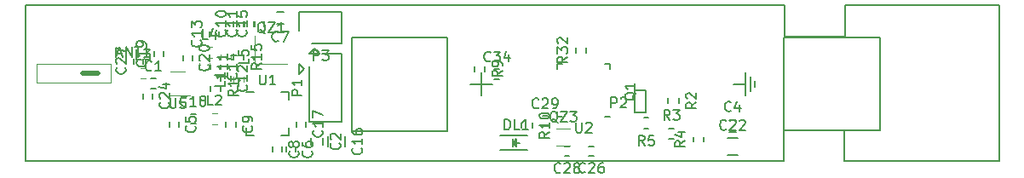
<source format=gbr>
G04 #@! TF.FileFunction,Legend,Top*
%FSLAX46Y46*%
G04 Gerber Fmt 4.6, Leading zero omitted, Abs format (unit mm)*
G04 Created by KiCad (PCBNEW 4.0.2+dfsg1-stable) date ven 12 ott 2018 16:01:28 CEST*
%MOMM*%
G01*
G04 APERTURE LIST*
%ADD10C,0.100000*%
%ADD11C,0.200000*%
%ADD12C,0.150000*%
%ADD13C,0.120000*%
%ADD14C,0.500000*%
G04 APERTURE END LIST*
D10*
D11*
X173690280Y-115443000D02*
X98295460Y-115443000D01*
X195072000Y-115443000D02*
X179682660Y-115443000D01*
X179682660Y-112410240D02*
X179682660Y-115443000D01*
X173692820Y-112410240D02*
X179682660Y-112410240D01*
X173692820Y-112410240D02*
X173692820Y-115437920D01*
X173776640Y-99949000D02*
X98298000Y-99949000D01*
X195072000Y-99949000D02*
X179778660Y-99949000D01*
X179778660Y-99949000D02*
X179778660Y-103047800D01*
X173776640Y-103047800D02*
X179778660Y-103047800D01*
X173776640Y-99949000D02*
X173776640Y-103047800D01*
X98298000Y-115443000D02*
X98298000Y-99949000D01*
X195072000Y-99949000D02*
X195072000Y-115443000D01*
D12*
X125500000Y-102511240D02*
X125500000Y-100581240D01*
X125500000Y-100581240D02*
X129750000Y-100581240D01*
X129750000Y-100581240D02*
X129750000Y-103781240D01*
X129750000Y-103781240D02*
X126770000Y-103781240D01*
X127000000Y-104281240D02*
X127500000Y-104781240D01*
X127500000Y-104781240D02*
X126500000Y-104781240D01*
X126500000Y-104781240D02*
X127000000Y-104281240D01*
X111254580Y-107256560D02*
X110754580Y-107256560D01*
X110754580Y-108206560D02*
X111254580Y-108206560D01*
X113537500Y-112025240D02*
X113537500Y-111525240D01*
X112587500Y-111525240D02*
X112587500Y-112025240D01*
X125134640Y-114534360D02*
X125134640Y-114034360D01*
X124184640Y-114034360D02*
X124184640Y-114534360D01*
X123950440Y-101803760D02*
X123250440Y-101803760D01*
X123250440Y-100603760D02*
X123950440Y-100603760D01*
X123813640Y-114534360D02*
X123813640Y-114034360D01*
X122863640Y-114034360D02*
X122863640Y-114534360D01*
X119183400Y-112025240D02*
X119183400Y-111525240D01*
X118233400Y-111525240D02*
X118233400Y-112025240D01*
X119000680Y-101530340D02*
X119000680Y-102030340D01*
X119950680Y-102030340D02*
X119950680Y-101530340D01*
X120092680Y-101530340D02*
X120092680Y-102030340D01*
X121042680Y-102030340D02*
X121042680Y-101530340D01*
X118685560Y-107465940D02*
X118685560Y-106965940D01*
X117735560Y-106965940D02*
X117735560Y-107465940D01*
X116567160Y-102544980D02*
X116567160Y-103044980D01*
X117517160Y-103044980D02*
X117517160Y-102544980D01*
X117667020Y-106330560D02*
X117667020Y-105830560D01*
X116717020Y-105830560D02*
X116717020Y-106330560D01*
X121083680Y-101530340D02*
X121083680Y-102030340D01*
X122033680Y-102030340D02*
X122033680Y-101530340D01*
X130064880Y-114007520D02*
X130064880Y-113007520D01*
X128364880Y-113007520D02*
X128364880Y-114007520D01*
X126184680Y-112012540D02*
X126184680Y-111512540D01*
X125234680Y-111512540D02*
X125234680Y-112012540D01*
X115203100Y-110746520D02*
X114703100Y-110746520D01*
X114703100Y-111696520D02*
X115203100Y-111696520D01*
X111107200Y-104547860D02*
X111107200Y-105047860D01*
X112057200Y-105047860D02*
X112057200Y-104547860D01*
X114881680Y-105440200D02*
X114881680Y-104940200D01*
X113931680Y-104940200D02*
X113931680Y-105440200D01*
X169078000Y-113145000D02*
X168078000Y-113145000D01*
X168078000Y-114845000D02*
X169078000Y-114845000D01*
X110928400Y-109213460D02*
X110928400Y-108713460D01*
X109978400Y-108713460D02*
X109978400Y-109213460D01*
X154306220Y-114927600D02*
X154806220Y-114927600D01*
X154806220Y-113977600D02*
X154306220Y-113977600D01*
X109062500Y-105250080D02*
X109062500Y-105750080D01*
X110012500Y-105750080D02*
X110012500Y-105250080D01*
X151867220Y-114952600D02*
X152367220Y-114952600D01*
X152367220Y-114002600D02*
X151867220Y-114002600D01*
X150184000Y-110980000D02*
X149684000Y-110980000D01*
X149684000Y-111930000D02*
X150184000Y-111930000D01*
X145415260Y-106329860D02*
X144915260Y-106329860D01*
X144915260Y-107279860D02*
X145415260Y-107279860D01*
X145464000Y-114364000D02*
X148164000Y-114364000D01*
X145464000Y-112864000D02*
X148164000Y-112864000D01*
X146964000Y-113764000D02*
X146964000Y-113514000D01*
X146964000Y-113514000D02*
X146814000Y-113664000D01*
X146714000Y-113264000D02*
X146714000Y-113964000D01*
X147064000Y-113614000D02*
X147414000Y-113614000D01*
X146714000Y-113614000D02*
X147064000Y-113264000D01*
X147064000Y-113264000D02*
X147064000Y-113964000D01*
X147064000Y-113964000D02*
X146714000Y-113614000D01*
D13*
X116632360Y-106224300D02*
X116632360Y-105724300D01*
X115572360Y-105724300D02*
X115572360Y-106224300D01*
D12*
X158884000Y-110599000D02*
X159984000Y-110599000D01*
X159984000Y-110599000D02*
X159984000Y-108399000D01*
X159984000Y-108399000D02*
X158884000Y-108399000D01*
X158884000Y-108399000D02*
X158884000Y-110549000D01*
X158884000Y-110549000D02*
X158884000Y-110599000D01*
D13*
X121044900Y-103018360D02*
X121044900Y-105818360D01*
X121044900Y-105818360D02*
X124344900Y-105818360D01*
X151088000Y-113930000D02*
X152438000Y-113930000D01*
X151088000Y-112180000D02*
X152438000Y-112180000D01*
D12*
X117717020Y-108454420D02*
X117717020Y-107954420D01*
X116667020Y-107954420D02*
X116667020Y-108454420D01*
X163236000Y-109706000D02*
X163236000Y-109206000D01*
X162186000Y-109206000D02*
X162186000Y-109706000D01*
X162757000Y-112175000D02*
X162257000Y-112175000D01*
X162257000Y-113225000D02*
X162757000Y-113225000D01*
X164675000Y-113027000D02*
X164675000Y-113527000D01*
X165725000Y-113527000D02*
X165725000Y-113027000D01*
X143954260Y-106520860D02*
X143954260Y-106020860D01*
X142904260Y-106020860D02*
X142904260Y-106520860D01*
X148656000Y-112162000D02*
X148656000Y-111662000D01*
X147606000Y-111662000D02*
X147606000Y-112162000D01*
X120018260Y-105342500D02*
X120018260Y-104842500D01*
X118968260Y-104842500D02*
X118968260Y-105342500D01*
X152991000Y-104177000D02*
X152991000Y-104677000D01*
X154041000Y-104677000D02*
X154041000Y-104177000D01*
X124496880Y-108571300D02*
X124496880Y-109346300D01*
X120196880Y-112871300D02*
X120196880Y-112096300D01*
X124496880Y-112871300D02*
X124496880Y-112096300D01*
X120196880Y-108571300D02*
X120971880Y-108571300D01*
X120196880Y-112871300D02*
X120971880Y-112871300D01*
X124496880Y-112871300D02*
X123721880Y-112871300D01*
X124496880Y-108571300D02*
X123721880Y-108571300D01*
X151145000Y-111032000D02*
X151145000Y-110507000D01*
X156395000Y-105782000D02*
X156395000Y-106307000D01*
X151145000Y-105782000D02*
X151145000Y-106307000D01*
X156395000Y-111032000D02*
X155870000Y-111032000D01*
X156395000Y-105782000D02*
X155870000Y-105782000D01*
X151145000Y-105782000D02*
X151670000Y-105782000D01*
X151145000Y-111032000D02*
X151670000Y-111032000D01*
X142470300Y-107774500D02*
X144730900Y-107774500D01*
X140199000Y-103137000D02*
X140199000Y-112437000D01*
X130699000Y-103137000D02*
X130699000Y-112437000D01*
X130699000Y-103137000D02*
X140199000Y-103137000D01*
X130699000Y-112437000D02*
X140198800Y-112437740D01*
X173699000Y-103121760D02*
X183199000Y-103121760D01*
X183199000Y-103121760D02*
X183199000Y-112421760D01*
X173699000Y-103121760D02*
X173699000Y-112421760D01*
X173699000Y-112421760D02*
X183198800Y-112422500D01*
X143600800Y-106644000D02*
X143600800Y-108904600D01*
X168655600Y-107787000D02*
X169824000Y-107787000D01*
X170324000Y-107087000D02*
X170324000Y-108487000D01*
X169824000Y-106656500D02*
X169824000Y-108917500D01*
X170824000Y-107487000D02*
X170824000Y-108087000D01*
X127788020Y-104778360D02*
X129718020Y-104778360D01*
X129718020Y-104778360D02*
X129718020Y-111528360D01*
X129718020Y-111528360D02*
X126518020Y-111528360D01*
X126518020Y-111528360D02*
X126518020Y-106048360D01*
X126018020Y-106278360D02*
X125518020Y-106778360D01*
X125518020Y-106778360D02*
X125518020Y-105778360D01*
X125518020Y-105778360D02*
X126018020Y-106278360D01*
X159742060Y-112178320D02*
X160242060Y-112178320D01*
X160242060Y-111128320D02*
X159742060Y-111128320D01*
D14*
X105466760Y-106711560D02*
X103993560Y-106711560D01*
D10*
X106736760Y-105797160D02*
X106736760Y-107625960D01*
X99421560Y-105797160D02*
X106736760Y-105797160D01*
X99421560Y-107625960D02*
X99421560Y-105797160D01*
X106736760Y-107625960D02*
X99421560Y-107625960D01*
D13*
X117348460Y-110694060D02*
X116848460Y-110694060D01*
X116848460Y-111754060D02*
X117348460Y-111754060D01*
X112728780Y-108881400D02*
X114628780Y-108881400D01*
X114128780Y-106561400D02*
X112728780Y-106561400D01*
X116827760Y-104110380D02*
X116327760Y-104110380D01*
X116327760Y-105170380D02*
X116827760Y-105170380D01*
X118738020Y-105332760D02*
X118738020Y-104832760D01*
X117678020Y-104832760D02*
X117678020Y-105332760D01*
X118958180Y-107065000D02*
X118958180Y-107565000D01*
X120018180Y-107565000D02*
X120018180Y-107065000D01*
X110244700Y-106175400D02*
X109744700Y-106175400D01*
X109744700Y-107235400D02*
X110244700Y-107235400D01*
D12*
X168228000Y-111363000D02*
X168928000Y-111363000D01*
X168928000Y-112563000D02*
X168228000Y-112563000D01*
X127851460Y-113149900D02*
X127851460Y-113849900D01*
X126651460Y-113849900D02*
X126651460Y-113149900D01*
X126886905Y-105433621D02*
X126886905Y-104433621D01*
X127267858Y-104433621D01*
X127363096Y-104481240D01*
X127410715Y-104528859D01*
X127458334Y-104624097D01*
X127458334Y-104766954D01*
X127410715Y-104862192D01*
X127363096Y-104909811D01*
X127267858Y-104957430D01*
X126886905Y-104957430D01*
X127791667Y-104433621D02*
X128410715Y-104433621D01*
X128077381Y-104814573D01*
X128220239Y-104814573D01*
X128315477Y-104862192D01*
X128363096Y-104909811D01*
X128410715Y-105005050D01*
X128410715Y-105243145D01*
X128363096Y-105338383D01*
X128315477Y-105386002D01*
X128220239Y-105433621D01*
X127934524Y-105433621D01*
X127839286Y-105386002D01*
X127791667Y-105338383D01*
X110837914Y-106388703D02*
X110790295Y-106436322D01*
X110647438Y-106483941D01*
X110552200Y-106483941D01*
X110409342Y-106436322D01*
X110314104Y-106341084D01*
X110266485Y-106245846D01*
X110218866Y-106055370D01*
X110218866Y-105912512D01*
X110266485Y-105722036D01*
X110314104Y-105626798D01*
X110409342Y-105531560D01*
X110552200Y-105483941D01*
X110647438Y-105483941D01*
X110790295Y-105531560D01*
X110837914Y-105579179D01*
X111790295Y-106483941D02*
X111218866Y-106483941D01*
X111504580Y-106483941D02*
X111504580Y-105483941D01*
X111409342Y-105626798D01*
X111314104Y-105722036D01*
X111218866Y-105769655D01*
X115119643Y-111941906D02*
X115167262Y-111989525D01*
X115214881Y-112132382D01*
X115214881Y-112227620D01*
X115167262Y-112370478D01*
X115072024Y-112465716D01*
X114976786Y-112513335D01*
X114786310Y-112560954D01*
X114643452Y-112560954D01*
X114452976Y-112513335D01*
X114357738Y-112465716D01*
X114262500Y-112370478D01*
X114214881Y-112227620D01*
X114214881Y-112132382D01*
X114262500Y-111989525D01*
X114310119Y-111941906D01*
X114214881Y-111037144D02*
X114214881Y-111513335D01*
X114691071Y-111560954D01*
X114643452Y-111513335D01*
X114595833Y-111418097D01*
X114595833Y-111180001D01*
X114643452Y-111084763D01*
X114691071Y-111037144D01*
X114786310Y-110989525D01*
X115024405Y-110989525D01*
X115119643Y-111037144D01*
X115167262Y-111084763D01*
X115214881Y-111180001D01*
X115214881Y-111418097D01*
X115167262Y-111513335D01*
X115119643Y-111560954D01*
X126716783Y-114451026D02*
X126764402Y-114498645D01*
X126812021Y-114641502D01*
X126812021Y-114736740D01*
X126764402Y-114879598D01*
X126669164Y-114974836D01*
X126573926Y-115022455D01*
X126383450Y-115070074D01*
X126240592Y-115070074D01*
X126050116Y-115022455D01*
X125954878Y-114974836D01*
X125859640Y-114879598D01*
X125812021Y-114736740D01*
X125812021Y-114641502D01*
X125859640Y-114498645D01*
X125907259Y-114451026D01*
X125812021Y-113593883D02*
X125812021Y-113784360D01*
X125859640Y-113879598D01*
X125907259Y-113927217D01*
X126050116Y-114022455D01*
X126240592Y-114070074D01*
X126621545Y-114070074D01*
X126716783Y-114022455D01*
X126764402Y-113974836D01*
X126812021Y-113879598D01*
X126812021Y-113689121D01*
X126764402Y-113593883D01*
X126716783Y-113546264D01*
X126621545Y-113498645D01*
X126383450Y-113498645D01*
X126288211Y-113546264D01*
X126240592Y-113593883D01*
X126192973Y-113689121D01*
X126192973Y-113879598D01*
X126240592Y-113974836D01*
X126288211Y-114022455D01*
X126383450Y-114070074D01*
X123433774Y-103460903D02*
X123386155Y-103508522D01*
X123243298Y-103556141D01*
X123148060Y-103556141D01*
X123005202Y-103508522D01*
X122909964Y-103413284D01*
X122862345Y-103318046D01*
X122814726Y-103127570D01*
X122814726Y-102984712D01*
X122862345Y-102794236D01*
X122909964Y-102698998D01*
X123005202Y-102603760D01*
X123148060Y-102556141D01*
X123243298Y-102556141D01*
X123386155Y-102603760D01*
X123433774Y-102651379D01*
X123767107Y-102556141D02*
X124433774Y-102556141D01*
X124005202Y-103556141D01*
X125395783Y-114451026D02*
X125443402Y-114498645D01*
X125491021Y-114641502D01*
X125491021Y-114736740D01*
X125443402Y-114879598D01*
X125348164Y-114974836D01*
X125252926Y-115022455D01*
X125062450Y-115070074D01*
X124919592Y-115070074D01*
X124729116Y-115022455D01*
X124633878Y-114974836D01*
X124538640Y-114879598D01*
X124491021Y-114736740D01*
X124491021Y-114641502D01*
X124538640Y-114498645D01*
X124586259Y-114451026D01*
X124919592Y-113879598D02*
X124871973Y-113974836D01*
X124824354Y-114022455D01*
X124729116Y-114070074D01*
X124681497Y-114070074D01*
X124586259Y-114022455D01*
X124538640Y-113974836D01*
X124491021Y-113879598D01*
X124491021Y-113689121D01*
X124538640Y-113593883D01*
X124586259Y-113546264D01*
X124681497Y-113498645D01*
X124729116Y-113498645D01*
X124824354Y-113546264D01*
X124871973Y-113593883D01*
X124919592Y-113689121D01*
X124919592Y-113879598D01*
X124967211Y-113974836D01*
X125014830Y-114022455D01*
X125110069Y-114070074D01*
X125300545Y-114070074D01*
X125395783Y-114022455D01*
X125443402Y-113974836D01*
X125491021Y-113879598D01*
X125491021Y-113689121D01*
X125443402Y-113593883D01*
X125395783Y-113546264D01*
X125300545Y-113498645D01*
X125110069Y-113498645D01*
X125014830Y-113546264D01*
X124967211Y-113593883D01*
X124919592Y-113689121D01*
X120765543Y-111941906D02*
X120813162Y-111989525D01*
X120860781Y-112132382D01*
X120860781Y-112227620D01*
X120813162Y-112370478D01*
X120717924Y-112465716D01*
X120622686Y-112513335D01*
X120432210Y-112560954D01*
X120289352Y-112560954D01*
X120098876Y-112513335D01*
X120003638Y-112465716D01*
X119908400Y-112370478D01*
X119860781Y-112227620D01*
X119860781Y-112132382D01*
X119908400Y-111989525D01*
X119956019Y-111941906D01*
X120860781Y-111465716D02*
X120860781Y-111275240D01*
X120813162Y-111180001D01*
X120765543Y-111132382D01*
X120622686Y-111037144D01*
X120432210Y-110989525D01*
X120051257Y-110989525D01*
X119956019Y-111037144D01*
X119908400Y-111084763D01*
X119860781Y-111180001D01*
X119860781Y-111370478D01*
X119908400Y-111465716D01*
X119956019Y-111513335D01*
X120051257Y-111560954D01*
X120289352Y-111560954D01*
X120384590Y-111513335D01*
X120432210Y-111465716D01*
X120479829Y-111370478D01*
X120479829Y-111180001D01*
X120432210Y-111084763D01*
X120384590Y-111037144D01*
X120289352Y-110989525D01*
X118132823Y-102423197D02*
X118180442Y-102470816D01*
X118228061Y-102613673D01*
X118228061Y-102708911D01*
X118180442Y-102851769D01*
X118085204Y-102947007D01*
X117989966Y-102994626D01*
X117799490Y-103042245D01*
X117656632Y-103042245D01*
X117466156Y-102994626D01*
X117370918Y-102947007D01*
X117275680Y-102851769D01*
X117228061Y-102708911D01*
X117228061Y-102613673D01*
X117275680Y-102470816D01*
X117323299Y-102423197D01*
X118228061Y-101470816D02*
X118228061Y-102042245D01*
X118228061Y-101756531D02*
X117228061Y-101756531D01*
X117370918Y-101851769D01*
X117466156Y-101947007D01*
X117513775Y-102042245D01*
X117228061Y-100851769D02*
X117228061Y-100756530D01*
X117275680Y-100661292D01*
X117323299Y-100613673D01*
X117418537Y-100566054D01*
X117609013Y-100518435D01*
X117847109Y-100518435D01*
X118037585Y-100566054D01*
X118132823Y-100613673D01*
X118180442Y-100661292D01*
X118228061Y-100756530D01*
X118228061Y-100851769D01*
X118180442Y-100947007D01*
X118132823Y-100994626D01*
X118037585Y-101042245D01*
X117847109Y-101089864D01*
X117609013Y-101089864D01*
X117418537Y-101042245D01*
X117323299Y-100994626D01*
X117275680Y-100947007D01*
X117228061Y-100851769D01*
X119224823Y-102423197D02*
X119272442Y-102470816D01*
X119320061Y-102613673D01*
X119320061Y-102708911D01*
X119272442Y-102851769D01*
X119177204Y-102947007D01*
X119081966Y-102994626D01*
X118891490Y-103042245D01*
X118748632Y-103042245D01*
X118558156Y-102994626D01*
X118462918Y-102947007D01*
X118367680Y-102851769D01*
X118320061Y-102708911D01*
X118320061Y-102613673D01*
X118367680Y-102470816D01*
X118415299Y-102423197D01*
X119320061Y-101470816D02*
X119320061Y-102042245D01*
X119320061Y-101756531D02*
X118320061Y-101756531D01*
X118462918Y-101851769D01*
X118558156Y-101947007D01*
X118605775Y-102042245D01*
X119320061Y-100518435D02*
X119320061Y-101089864D01*
X119320061Y-100804150D02*
X118320061Y-100804150D01*
X118462918Y-100899388D01*
X118558156Y-100994626D01*
X118605775Y-101089864D01*
X120267703Y-107858797D02*
X120315322Y-107906416D01*
X120362941Y-108049273D01*
X120362941Y-108144511D01*
X120315322Y-108287369D01*
X120220084Y-108382607D01*
X120124846Y-108430226D01*
X119934370Y-108477845D01*
X119791512Y-108477845D01*
X119601036Y-108430226D01*
X119505798Y-108382607D01*
X119410560Y-108287369D01*
X119362941Y-108144511D01*
X119362941Y-108049273D01*
X119410560Y-107906416D01*
X119458179Y-107858797D01*
X120362941Y-106906416D02*
X120362941Y-107477845D01*
X120362941Y-107192131D02*
X119362941Y-107192131D01*
X119505798Y-107287369D01*
X119601036Y-107382607D01*
X119648655Y-107477845D01*
X119458179Y-106525464D02*
X119410560Y-106477845D01*
X119362941Y-106382607D01*
X119362941Y-106144511D01*
X119410560Y-106049273D01*
X119458179Y-106001654D01*
X119553417Y-105954035D01*
X119648655Y-105954035D01*
X119791512Y-106001654D01*
X120362941Y-106573083D01*
X120362941Y-105954035D01*
X115699303Y-103437837D02*
X115746922Y-103485456D01*
X115794541Y-103628313D01*
X115794541Y-103723551D01*
X115746922Y-103866409D01*
X115651684Y-103961647D01*
X115556446Y-104009266D01*
X115365970Y-104056885D01*
X115223112Y-104056885D01*
X115032636Y-104009266D01*
X114937398Y-103961647D01*
X114842160Y-103866409D01*
X114794541Y-103723551D01*
X114794541Y-103628313D01*
X114842160Y-103485456D01*
X114889779Y-103437837D01*
X115794541Y-102485456D02*
X115794541Y-103056885D01*
X115794541Y-102771171D02*
X114794541Y-102771171D01*
X114937398Y-102866409D01*
X115032636Y-102961647D01*
X115080255Y-103056885D01*
X114794541Y-102152123D02*
X114794541Y-101533075D01*
X115175493Y-101866409D01*
X115175493Y-101723551D01*
X115223112Y-101628313D01*
X115270731Y-101580694D01*
X115365970Y-101533075D01*
X115604065Y-101533075D01*
X115699303Y-101580694D01*
X115746922Y-101628313D01*
X115794541Y-101723551D01*
X115794541Y-102009266D01*
X115746922Y-102104504D01*
X115699303Y-102152123D01*
X119249163Y-106723417D02*
X119296782Y-106771036D01*
X119344401Y-106913893D01*
X119344401Y-107009131D01*
X119296782Y-107151989D01*
X119201544Y-107247227D01*
X119106306Y-107294846D01*
X118915830Y-107342465D01*
X118772972Y-107342465D01*
X118582496Y-107294846D01*
X118487258Y-107247227D01*
X118392020Y-107151989D01*
X118344401Y-107009131D01*
X118344401Y-106913893D01*
X118392020Y-106771036D01*
X118439639Y-106723417D01*
X119344401Y-105771036D02*
X119344401Y-106342465D01*
X119344401Y-106056751D02*
X118344401Y-106056751D01*
X118487258Y-106151989D01*
X118582496Y-106247227D01*
X118630115Y-106342465D01*
X118677734Y-104913893D02*
X119344401Y-104913893D01*
X118296782Y-105151989D02*
X119011068Y-105390084D01*
X119011068Y-104771036D01*
X120215823Y-102423197D02*
X120263442Y-102470816D01*
X120311061Y-102613673D01*
X120311061Y-102708911D01*
X120263442Y-102851769D01*
X120168204Y-102947007D01*
X120072966Y-102994626D01*
X119882490Y-103042245D01*
X119739632Y-103042245D01*
X119549156Y-102994626D01*
X119453918Y-102947007D01*
X119358680Y-102851769D01*
X119311061Y-102708911D01*
X119311061Y-102613673D01*
X119358680Y-102470816D01*
X119406299Y-102423197D01*
X120311061Y-101470816D02*
X120311061Y-102042245D01*
X120311061Y-101756531D02*
X119311061Y-101756531D01*
X119453918Y-101851769D01*
X119549156Y-101947007D01*
X119596775Y-102042245D01*
X119311061Y-100566054D02*
X119311061Y-101042245D01*
X119787251Y-101089864D01*
X119739632Y-101042245D01*
X119692013Y-100947007D01*
X119692013Y-100708911D01*
X119739632Y-100613673D01*
X119787251Y-100566054D01*
X119882490Y-100518435D01*
X120120585Y-100518435D01*
X120215823Y-100566054D01*
X120263442Y-100613673D01*
X120311061Y-100708911D01*
X120311061Y-100947007D01*
X120263442Y-101042245D01*
X120215823Y-101089864D01*
X131672023Y-114150377D02*
X131719642Y-114197996D01*
X131767261Y-114340853D01*
X131767261Y-114436091D01*
X131719642Y-114578949D01*
X131624404Y-114674187D01*
X131529166Y-114721806D01*
X131338690Y-114769425D01*
X131195832Y-114769425D01*
X131005356Y-114721806D01*
X130910118Y-114674187D01*
X130814880Y-114578949D01*
X130767261Y-114436091D01*
X130767261Y-114340853D01*
X130814880Y-114197996D01*
X130862499Y-114150377D01*
X131767261Y-113197996D02*
X131767261Y-113769425D01*
X131767261Y-113483711D02*
X130767261Y-113483711D01*
X130910118Y-113578949D01*
X131005356Y-113674187D01*
X131052975Y-113769425D01*
X130767261Y-112340853D02*
X130767261Y-112531330D01*
X130814880Y-112626568D01*
X130862499Y-112674187D01*
X131005356Y-112769425D01*
X131195832Y-112817044D01*
X131576785Y-112817044D01*
X131672023Y-112769425D01*
X131719642Y-112721806D01*
X131767261Y-112626568D01*
X131767261Y-112436091D01*
X131719642Y-112340853D01*
X131672023Y-112293234D01*
X131576785Y-112245615D01*
X131338690Y-112245615D01*
X131243451Y-112293234D01*
X131195832Y-112340853D01*
X131148213Y-112436091D01*
X131148213Y-112626568D01*
X131195832Y-112721806D01*
X131243451Y-112769425D01*
X131338690Y-112817044D01*
X127766823Y-112405397D02*
X127814442Y-112453016D01*
X127862061Y-112595873D01*
X127862061Y-112691111D01*
X127814442Y-112833969D01*
X127719204Y-112929207D01*
X127623966Y-112976826D01*
X127433490Y-113024445D01*
X127290632Y-113024445D01*
X127100156Y-112976826D01*
X127004918Y-112929207D01*
X126909680Y-112833969D01*
X126862061Y-112691111D01*
X126862061Y-112595873D01*
X126909680Y-112453016D01*
X126957299Y-112405397D01*
X127862061Y-111453016D02*
X127862061Y-112024445D01*
X127862061Y-111738731D02*
X126862061Y-111738731D01*
X127004918Y-111833969D01*
X127100156Y-111929207D01*
X127147775Y-112024445D01*
X126862061Y-111119683D02*
X126862061Y-110453016D01*
X127862061Y-110881588D01*
X114310243Y-109878663D02*
X114262624Y-109926282D01*
X114119767Y-109973901D01*
X114024529Y-109973901D01*
X113881671Y-109926282D01*
X113786433Y-109831044D01*
X113738814Y-109735806D01*
X113691195Y-109545330D01*
X113691195Y-109402472D01*
X113738814Y-109211996D01*
X113786433Y-109116758D01*
X113881671Y-109021520D01*
X114024529Y-108973901D01*
X114119767Y-108973901D01*
X114262624Y-109021520D01*
X114310243Y-109069139D01*
X115262624Y-109973901D02*
X114691195Y-109973901D01*
X114976909Y-109973901D02*
X114976909Y-108973901D01*
X114881671Y-109116758D01*
X114786433Y-109211996D01*
X114691195Y-109259615D01*
X115834052Y-109402472D02*
X115738814Y-109354853D01*
X115691195Y-109307234D01*
X115643576Y-109211996D01*
X115643576Y-109164377D01*
X115691195Y-109069139D01*
X115738814Y-109021520D01*
X115834052Y-108973901D01*
X116024529Y-108973901D01*
X116119767Y-109021520D01*
X116167386Y-109069139D01*
X116215005Y-109164377D01*
X116215005Y-109211996D01*
X116167386Y-109307234D01*
X116119767Y-109354853D01*
X116024529Y-109402472D01*
X115834052Y-109402472D01*
X115738814Y-109450091D01*
X115691195Y-109497710D01*
X115643576Y-109592949D01*
X115643576Y-109783425D01*
X115691195Y-109878663D01*
X115738814Y-109926282D01*
X115834052Y-109973901D01*
X116024529Y-109973901D01*
X116119767Y-109926282D01*
X116167386Y-109878663D01*
X116215005Y-109783425D01*
X116215005Y-109592949D01*
X116167386Y-109497710D01*
X116119767Y-109450091D01*
X116024529Y-109402472D01*
X110239343Y-105440717D02*
X110286962Y-105488336D01*
X110334581Y-105631193D01*
X110334581Y-105726431D01*
X110286962Y-105869289D01*
X110191724Y-105964527D01*
X110096486Y-106012146D01*
X109906010Y-106059765D01*
X109763152Y-106059765D01*
X109572676Y-106012146D01*
X109477438Y-105964527D01*
X109382200Y-105869289D01*
X109334581Y-105726431D01*
X109334581Y-105631193D01*
X109382200Y-105488336D01*
X109429819Y-105440717D01*
X110334581Y-104488336D02*
X110334581Y-105059765D01*
X110334581Y-104774051D02*
X109334581Y-104774051D01*
X109477438Y-104869289D01*
X109572676Y-104964527D01*
X109620295Y-105059765D01*
X110334581Y-104012146D02*
X110334581Y-103821670D01*
X110286962Y-103726431D01*
X110239343Y-103678812D01*
X110096486Y-103583574D01*
X109906010Y-103535955D01*
X109525057Y-103535955D01*
X109429819Y-103583574D01*
X109382200Y-103631193D01*
X109334581Y-103726431D01*
X109334581Y-103916908D01*
X109382200Y-104012146D01*
X109429819Y-104059765D01*
X109525057Y-104107384D01*
X109763152Y-104107384D01*
X109858390Y-104059765D01*
X109906010Y-104012146D01*
X109953629Y-103916908D01*
X109953629Y-103726431D01*
X109906010Y-103631193D01*
X109858390Y-103583574D01*
X109763152Y-103535955D01*
X116463823Y-105833057D02*
X116511442Y-105880676D01*
X116559061Y-106023533D01*
X116559061Y-106118771D01*
X116511442Y-106261629D01*
X116416204Y-106356867D01*
X116320966Y-106404486D01*
X116130490Y-106452105D01*
X115987632Y-106452105D01*
X115797156Y-106404486D01*
X115701918Y-106356867D01*
X115606680Y-106261629D01*
X115559061Y-106118771D01*
X115559061Y-106023533D01*
X115606680Y-105880676D01*
X115654299Y-105833057D01*
X115654299Y-105452105D02*
X115606680Y-105404486D01*
X115559061Y-105309248D01*
X115559061Y-105071152D01*
X115606680Y-104975914D01*
X115654299Y-104928295D01*
X115749537Y-104880676D01*
X115844775Y-104880676D01*
X115987632Y-104928295D01*
X116559061Y-105499724D01*
X116559061Y-104880676D01*
X115559061Y-104261629D02*
X115559061Y-104166390D01*
X115606680Y-104071152D01*
X115654299Y-104023533D01*
X115749537Y-103975914D01*
X115940013Y-103928295D01*
X116178109Y-103928295D01*
X116368585Y-103975914D01*
X116463823Y-104023533D01*
X116511442Y-104071152D01*
X116559061Y-104166390D01*
X116559061Y-104261629D01*
X116511442Y-104356867D01*
X116463823Y-104404486D01*
X116368585Y-104452105D01*
X116178109Y-104499724D01*
X115940013Y-104499724D01*
X115749537Y-104452105D01*
X115654299Y-104404486D01*
X115606680Y-104356867D01*
X115559061Y-104261629D01*
X167935143Y-112252143D02*
X167887524Y-112299762D01*
X167744667Y-112347381D01*
X167649429Y-112347381D01*
X167506571Y-112299762D01*
X167411333Y-112204524D01*
X167363714Y-112109286D01*
X167316095Y-111918810D01*
X167316095Y-111775952D01*
X167363714Y-111585476D01*
X167411333Y-111490238D01*
X167506571Y-111395000D01*
X167649429Y-111347381D01*
X167744667Y-111347381D01*
X167887524Y-111395000D01*
X167935143Y-111442619D01*
X168316095Y-111442619D02*
X168363714Y-111395000D01*
X168458952Y-111347381D01*
X168697048Y-111347381D01*
X168792286Y-111395000D01*
X168839905Y-111442619D01*
X168887524Y-111537857D01*
X168887524Y-111633095D01*
X168839905Y-111775952D01*
X168268476Y-112347381D01*
X168887524Y-112347381D01*
X169268476Y-111442619D02*
X169316095Y-111395000D01*
X169411333Y-111347381D01*
X169649429Y-111347381D01*
X169744667Y-111395000D01*
X169792286Y-111442619D01*
X169839905Y-111537857D01*
X169839905Y-111633095D01*
X169792286Y-111775952D01*
X169220857Y-112347381D01*
X169839905Y-112347381D01*
X112510543Y-109606317D02*
X112558162Y-109653936D01*
X112605781Y-109796793D01*
X112605781Y-109892031D01*
X112558162Y-110034889D01*
X112462924Y-110130127D01*
X112367686Y-110177746D01*
X112177210Y-110225365D01*
X112034352Y-110225365D01*
X111843876Y-110177746D01*
X111748638Y-110130127D01*
X111653400Y-110034889D01*
X111605781Y-109892031D01*
X111605781Y-109796793D01*
X111653400Y-109653936D01*
X111701019Y-109606317D01*
X111701019Y-109225365D02*
X111653400Y-109177746D01*
X111605781Y-109082508D01*
X111605781Y-108844412D01*
X111653400Y-108749174D01*
X111701019Y-108701555D01*
X111796257Y-108653936D01*
X111891495Y-108653936D01*
X112034352Y-108701555D01*
X112605781Y-109272984D01*
X112605781Y-108653936D01*
X111939114Y-107796793D02*
X112605781Y-107796793D01*
X111558162Y-108034889D02*
X112272448Y-108272984D01*
X112272448Y-107653936D01*
X153913363Y-116509743D02*
X153865744Y-116557362D01*
X153722887Y-116604981D01*
X153627649Y-116604981D01*
X153484791Y-116557362D01*
X153389553Y-116462124D01*
X153341934Y-116366886D01*
X153294315Y-116176410D01*
X153294315Y-116033552D01*
X153341934Y-115843076D01*
X153389553Y-115747838D01*
X153484791Y-115652600D01*
X153627649Y-115604981D01*
X153722887Y-115604981D01*
X153865744Y-115652600D01*
X153913363Y-115700219D01*
X154294315Y-115700219D02*
X154341934Y-115652600D01*
X154437172Y-115604981D01*
X154675268Y-115604981D01*
X154770506Y-115652600D01*
X154818125Y-115700219D01*
X154865744Y-115795457D01*
X154865744Y-115890695D01*
X154818125Y-116033552D01*
X154246696Y-116604981D01*
X154865744Y-116604981D01*
X155722887Y-115604981D02*
X155532410Y-115604981D01*
X155437172Y-115652600D01*
X155389553Y-115700219D01*
X155294315Y-115843076D01*
X155246696Y-116033552D01*
X155246696Y-116414505D01*
X155294315Y-116509743D01*
X155341934Y-116557362D01*
X155437172Y-116604981D01*
X155627649Y-116604981D01*
X155722887Y-116557362D01*
X155770506Y-116509743D01*
X155818125Y-116414505D01*
X155818125Y-116176410D01*
X155770506Y-116081171D01*
X155722887Y-116033552D01*
X155627649Y-115985933D01*
X155437172Y-115985933D01*
X155341934Y-116033552D01*
X155294315Y-116081171D01*
X155246696Y-116176410D01*
X108194643Y-106142937D02*
X108242262Y-106190556D01*
X108289881Y-106333413D01*
X108289881Y-106428651D01*
X108242262Y-106571509D01*
X108147024Y-106666747D01*
X108051786Y-106714366D01*
X107861310Y-106761985D01*
X107718452Y-106761985D01*
X107527976Y-106714366D01*
X107432738Y-106666747D01*
X107337500Y-106571509D01*
X107289881Y-106428651D01*
X107289881Y-106333413D01*
X107337500Y-106190556D01*
X107385119Y-106142937D01*
X107385119Y-105761985D02*
X107337500Y-105714366D01*
X107289881Y-105619128D01*
X107289881Y-105381032D01*
X107337500Y-105285794D01*
X107385119Y-105238175D01*
X107480357Y-105190556D01*
X107575595Y-105190556D01*
X107718452Y-105238175D01*
X108289881Y-105809604D01*
X108289881Y-105190556D01*
X107289881Y-104857223D02*
X107289881Y-104190556D01*
X108289881Y-104619128D01*
X151474363Y-116534743D02*
X151426744Y-116582362D01*
X151283887Y-116629981D01*
X151188649Y-116629981D01*
X151045791Y-116582362D01*
X150950553Y-116487124D01*
X150902934Y-116391886D01*
X150855315Y-116201410D01*
X150855315Y-116058552D01*
X150902934Y-115868076D01*
X150950553Y-115772838D01*
X151045791Y-115677600D01*
X151188649Y-115629981D01*
X151283887Y-115629981D01*
X151426744Y-115677600D01*
X151474363Y-115725219D01*
X151855315Y-115725219D02*
X151902934Y-115677600D01*
X151998172Y-115629981D01*
X152236268Y-115629981D01*
X152331506Y-115677600D01*
X152379125Y-115725219D01*
X152426744Y-115820457D01*
X152426744Y-115915695D01*
X152379125Y-116058552D01*
X151807696Y-116629981D01*
X152426744Y-116629981D01*
X152998172Y-116058552D02*
X152902934Y-116010933D01*
X152855315Y-115963314D01*
X152807696Y-115868076D01*
X152807696Y-115820457D01*
X152855315Y-115725219D01*
X152902934Y-115677600D01*
X152998172Y-115629981D01*
X153188649Y-115629981D01*
X153283887Y-115677600D01*
X153331506Y-115725219D01*
X153379125Y-115820457D01*
X153379125Y-115868076D01*
X153331506Y-115963314D01*
X153283887Y-116010933D01*
X153188649Y-116058552D01*
X152998172Y-116058552D01*
X152902934Y-116106171D01*
X152855315Y-116153790D01*
X152807696Y-116249029D01*
X152807696Y-116439505D01*
X152855315Y-116534743D01*
X152902934Y-116582362D01*
X152998172Y-116629981D01*
X153188649Y-116629981D01*
X153283887Y-116582362D01*
X153331506Y-116534743D01*
X153379125Y-116439505D01*
X153379125Y-116249029D01*
X153331506Y-116153790D01*
X153283887Y-116106171D01*
X153188649Y-116058552D01*
X149291143Y-110112143D02*
X149243524Y-110159762D01*
X149100667Y-110207381D01*
X149005429Y-110207381D01*
X148862571Y-110159762D01*
X148767333Y-110064524D01*
X148719714Y-109969286D01*
X148672095Y-109778810D01*
X148672095Y-109635952D01*
X148719714Y-109445476D01*
X148767333Y-109350238D01*
X148862571Y-109255000D01*
X149005429Y-109207381D01*
X149100667Y-109207381D01*
X149243524Y-109255000D01*
X149291143Y-109302619D01*
X149672095Y-109302619D02*
X149719714Y-109255000D01*
X149814952Y-109207381D01*
X150053048Y-109207381D01*
X150148286Y-109255000D01*
X150195905Y-109302619D01*
X150243524Y-109397857D01*
X150243524Y-109493095D01*
X150195905Y-109635952D01*
X149624476Y-110207381D01*
X150243524Y-110207381D01*
X150719714Y-110207381D02*
X150910190Y-110207381D01*
X151005429Y-110159762D01*
X151053048Y-110112143D01*
X151148286Y-109969286D01*
X151195905Y-109778810D01*
X151195905Y-109397857D01*
X151148286Y-109302619D01*
X151100667Y-109255000D01*
X151005429Y-109207381D01*
X150814952Y-109207381D01*
X150719714Y-109255000D01*
X150672095Y-109302619D01*
X150624476Y-109397857D01*
X150624476Y-109635952D01*
X150672095Y-109731190D01*
X150719714Y-109778810D01*
X150814952Y-109826429D01*
X151005429Y-109826429D01*
X151100667Y-109778810D01*
X151148286Y-109731190D01*
X151195905Y-109635952D01*
X144522403Y-105462003D02*
X144474784Y-105509622D01*
X144331927Y-105557241D01*
X144236689Y-105557241D01*
X144093831Y-105509622D01*
X143998593Y-105414384D01*
X143950974Y-105319146D01*
X143903355Y-105128670D01*
X143903355Y-104985812D01*
X143950974Y-104795336D01*
X143998593Y-104700098D01*
X144093831Y-104604860D01*
X144236689Y-104557241D01*
X144331927Y-104557241D01*
X144474784Y-104604860D01*
X144522403Y-104652479D01*
X144855736Y-104557241D02*
X145474784Y-104557241D01*
X145141450Y-104938193D01*
X145284308Y-104938193D01*
X145379546Y-104985812D01*
X145427165Y-105033431D01*
X145474784Y-105128670D01*
X145474784Y-105366765D01*
X145427165Y-105462003D01*
X145379546Y-105509622D01*
X145284308Y-105557241D01*
X144998593Y-105557241D01*
X144903355Y-105509622D01*
X144855736Y-105462003D01*
X146331927Y-104890574D02*
X146331927Y-105557241D01*
X146093831Y-104509622D02*
X145855736Y-105223908D01*
X146474784Y-105223908D01*
X145921143Y-112316381D02*
X145921143Y-111316381D01*
X146159238Y-111316381D01*
X146302096Y-111364000D01*
X146397334Y-111459238D01*
X146444953Y-111554476D01*
X146492572Y-111744952D01*
X146492572Y-111887810D01*
X146444953Y-112078286D01*
X146397334Y-112173524D01*
X146302096Y-112268762D01*
X146159238Y-112316381D01*
X145921143Y-112316381D01*
X147397334Y-112316381D02*
X146921143Y-112316381D01*
X146921143Y-111316381D01*
X148254477Y-112316381D02*
X147683048Y-112316381D01*
X147968762Y-112316381D02*
X147968762Y-111316381D01*
X147873524Y-111459238D01*
X147778286Y-111554476D01*
X147683048Y-111602095D01*
X118354741Y-106617157D02*
X118354741Y-107093348D01*
X117354741Y-107093348D01*
X118354741Y-105760014D02*
X118354741Y-106331443D01*
X118354741Y-106045729D02*
X117354741Y-106045729D01*
X117497598Y-106140967D01*
X117592836Y-106236205D01*
X117640455Y-106331443D01*
X118354741Y-104807633D02*
X118354741Y-105379062D01*
X118354741Y-105093348D02*
X117354741Y-105093348D01*
X117497598Y-105188586D01*
X117592836Y-105283824D01*
X117640455Y-105379062D01*
X158981619Y-108644238D02*
X158934000Y-108739476D01*
X158838762Y-108834714D01*
X158695905Y-108977571D01*
X158648286Y-109072810D01*
X158648286Y-109168048D01*
X158886381Y-109120429D02*
X158838762Y-109215667D01*
X158743524Y-109310905D01*
X158553048Y-109358524D01*
X158219714Y-109358524D01*
X158029238Y-109310905D01*
X157934000Y-109215667D01*
X157886381Y-109120429D01*
X157886381Y-108929952D01*
X157934000Y-108834714D01*
X158029238Y-108739476D01*
X158219714Y-108691857D01*
X158553048Y-108691857D01*
X158743524Y-108739476D01*
X158838762Y-108834714D01*
X158886381Y-108929952D01*
X158886381Y-109120429D01*
X158886381Y-107739476D02*
X158886381Y-108310905D01*
X158886381Y-108025191D02*
X157886381Y-108025191D01*
X158029238Y-108120429D01*
X158124476Y-108215667D01*
X158172095Y-108310905D01*
X122123472Y-102765979D02*
X122028234Y-102718360D01*
X121932996Y-102623122D01*
X121790139Y-102480265D01*
X121694900Y-102432646D01*
X121599662Y-102432646D01*
X121647281Y-102670741D02*
X121552043Y-102623122D01*
X121456805Y-102527884D01*
X121409186Y-102337408D01*
X121409186Y-102004074D01*
X121456805Y-101813598D01*
X121552043Y-101718360D01*
X121647281Y-101670741D01*
X121837758Y-101670741D01*
X121932996Y-101718360D01*
X122028234Y-101813598D01*
X122075853Y-102004074D01*
X122075853Y-102337408D01*
X122028234Y-102527884D01*
X121932996Y-102623122D01*
X121837758Y-102670741D01*
X121647281Y-102670741D01*
X122409186Y-101670741D02*
X123075853Y-101670741D01*
X122409186Y-102670741D01*
X123075853Y-102670741D01*
X123980615Y-102670741D02*
X123409186Y-102670741D01*
X123694900Y-102670741D02*
X123694900Y-101670741D01*
X123599662Y-101813598D01*
X123504424Y-101908836D01*
X123409186Y-101956455D01*
X151191572Y-111602619D02*
X151096334Y-111555000D01*
X151001096Y-111459762D01*
X150858239Y-111316905D01*
X150763000Y-111269286D01*
X150667762Y-111269286D01*
X150715381Y-111507381D02*
X150620143Y-111459762D01*
X150524905Y-111364524D01*
X150477286Y-111174048D01*
X150477286Y-110840714D01*
X150524905Y-110650238D01*
X150620143Y-110555000D01*
X150715381Y-110507381D01*
X150905858Y-110507381D01*
X151001096Y-110555000D01*
X151096334Y-110650238D01*
X151143953Y-110840714D01*
X151143953Y-111174048D01*
X151096334Y-111364524D01*
X151001096Y-111459762D01*
X150905858Y-111507381D01*
X150715381Y-111507381D01*
X151477286Y-110507381D02*
X152143953Y-110507381D01*
X151477286Y-111507381D01*
X152143953Y-111507381D01*
X152429667Y-110507381D02*
X153048715Y-110507381D01*
X152715381Y-110888333D01*
X152858239Y-110888333D01*
X152953477Y-110935952D01*
X153001096Y-110983571D01*
X153048715Y-111078810D01*
X153048715Y-111316905D01*
X153001096Y-111412143D01*
X152953477Y-111459762D01*
X152858239Y-111507381D01*
X152572524Y-111507381D01*
X152477286Y-111459762D01*
X152429667Y-111412143D01*
X119444401Y-108371086D02*
X118968210Y-108704420D01*
X119444401Y-108942515D02*
X118444401Y-108942515D01*
X118444401Y-108561562D01*
X118492020Y-108466324D01*
X118539639Y-108418705D01*
X118634877Y-108371086D01*
X118777734Y-108371086D01*
X118872972Y-108418705D01*
X118920591Y-108466324D01*
X118968210Y-108561562D01*
X118968210Y-108942515D01*
X119444401Y-107418705D02*
X119444401Y-107990134D01*
X119444401Y-107704420D02*
X118444401Y-107704420D01*
X118587258Y-107799658D01*
X118682496Y-107894896D01*
X118730115Y-107990134D01*
X164963381Y-109622666D02*
X164487190Y-109956000D01*
X164963381Y-110194095D02*
X163963381Y-110194095D01*
X163963381Y-109813142D01*
X164011000Y-109717904D01*
X164058619Y-109670285D01*
X164153857Y-109622666D01*
X164296714Y-109622666D01*
X164391952Y-109670285D01*
X164439571Y-109717904D01*
X164487190Y-109813142D01*
X164487190Y-110194095D01*
X164058619Y-109241714D02*
X164011000Y-109194095D01*
X163963381Y-109098857D01*
X163963381Y-108860761D01*
X164011000Y-108765523D01*
X164058619Y-108717904D01*
X164153857Y-108670285D01*
X164249095Y-108670285D01*
X164391952Y-108717904D01*
X164963381Y-109289333D01*
X164963381Y-108670285D01*
X162340334Y-111352381D02*
X162007000Y-110876190D01*
X161768905Y-111352381D02*
X161768905Y-110352381D01*
X162149858Y-110352381D01*
X162245096Y-110400000D01*
X162292715Y-110447619D01*
X162340334Y-110542857D01*
X162340334Y-110685714D01*
X162292715Y-110780952D01*
X162245096Y-110828571D01*
X162149858Y-110876190D01*
X161768905Y-110876190D01*
X162673667Y-110352381D02*
X163292715Y-110352381D01*
X162959381Y-110733333D01*
X163102239Y-110733333D01*
X163197477Y-110780952D01*
X163245096Y-110828571D01*
X163292715Y-110923810D01*
X163292715Y-111161905D01*
X163245096Y-111257143D01*
X163197477Y-111304762D01*
X163102239Y-111352381D01*
X162816524Y-111352381D01*
X162721286Y-111304762D01*
X162673667Y-111257143D01*
X163852381Y-113443666D02*
X163376190Y-113777000D01*
X163852381Y-114015095D02*
X162852381Y-114015095D01*
X162852381Y-113634142D01*
X162900000Y-113538904D01*
X162947619Y-113491285D01*
X163042857Y-113443666D01*
X163185714Y-113443666D01*
X163280952Y-113491285D01*
X163328571Y-113538904D01*
X163376190Y-113634142D01*
X163376190Y-114015095D01*
X163185714Y-112586523D02*
X163852381Y-112586523D01*
X162804762Y-112824619D02*
X163519048Y-113062714D01*
X163519048Y-112443666D01*
X145681641Y-106437526D02*
X145205450Y-106770860D01*
X145681641Y-107008955D02*
X144681641Y-107008955D01*
X144681641Y-106628002D01*
X144729260Y-106532764D01*
X144776879Y-106485145D01*
X144872117Y-106437526D01*
X145014974Y-106437526D01*
X145110212Y-106485145D01*
X145157831Y-106532764D01*
X145205450Y-106628002D01*
X145205450Y-107008955D01*
X145681641Y-105961336D02*
X145681641Y-105770860D01*
X145634022Y-105675621D01*
X145586403Y-105628002D01*
X145443546Y-105532764D01*
X145253070Y-105485145D01*
X144872117Y-105485145D01*
X144776879Y-105532764D01*
X144729260Y-105580383D01*
X144681641Y-105675621D01*
X144681641Y-105866098D01*
X144729260Y-105961336D01*
X144776879Y-106008955D01*
X144872117Y-106056574D01*
X145110212Y-106056574D01*
X145205450Y-106008955D01*
X145253070Y-105961336D01*
X145300689Y-105866098D01*
X145300689Y-105675621D01*
X145253070Y-105580383D01*
X145205450Y-105532764D01*
X145110212Y-105485145D01*
X150383381Y-112554857D02*
X149907190Y-112888191D01*
X150383381Y-113126286D02*
X149383381Y-113126286D01*
X149383381Y-112745333D01*
X149431000Y-112650095D01*
X149478619Y-112602476D01*
X149573857Y-112554857D01*
X149716714Y-112554857D01*
X149811952Y-112602476D01*
X149859571Y-112650095D01*
X149907190Y-112745333D01*
X149907190Y-113126286D01*
X150383381Y-111602476D02*
X150383381Y-112173905D01*
X150383381Y-111888191D02*
X149383381Y-111888191D01*
X149526238Y-111983429D01*
X149621476Y-112078667D01*
X149669095Y-112173905D01*
X149383381Y-110983429D02*
X149383381Y-110888190D01*
X149431000Y-110792952D01*
X149478619Y-110745333D01*
X149573857Y-110697714D01*
X149764333Y-110650095D01*
X150002429Y-110650095D01*
X150192905Y-110697714D01*
X150288143Y-110745333D01*
X150335762Y-110792952D01*
X150383381Y-110888190D01*
X150383381Y-110983429D01*
X150335762Y-111078667D01*
X150288143Y-111126286D01*
X150192905Y-111173905D01*
X150002429Y-111221524D01*
X149764333Y-111221524D01*
X149573857Y-111173905D01*
X149478619Y-111126286D01*
X149431000Y-111078667D01*
X149383381Y-110983429D01*
X121745641Y-105735357D02*
X121269450Y-106068691D01*
X121745641Y-106306786D02*
X120745641Y-106306786D01*
X120745641Y-105925833D01*
X120793260Y-105830595D01*
X120840879Y-105782976D01*
X120936117Y-105735357D01*
X121078974Y-105735357D01*
X121174212Y-105782976D01*
X121221831Y-105830595D01*
X121269450Y-105925833D01*
X121269450Y-106306786D01*
X121745641Y-104782976D02*
X121745641Y-105354405D01*
X121745641Y-105068691D02*
X120745641Y-105068691D01*
X120888498Y-105163929D01*
X120983736Y-105259167D01*
X121031355Y-105354405D01*
X120745641Y-103878214D02*
X120745641Y-104354405D01*
X121221831Y-104402024D01*
X121174212Y-104354405D01*
X121126593Y-104259167D01*
X121126593Y-104021071D01*
X121174212Y-103925833D01*
X121221831Y-103878214D01*
X121317070Y-103830595D01*
X121555165Y-103830595D01*
X121650403Y-103878214D01*
X121698022Y-103925833D01*
X121745641Y-104021071D01*
X121745641Y-104259167D01*
X121698022Y-104354405D01*
X121650403Y-104402024D01*
X152168381Y-105069857D02*
X151692190Y-105403191D01*
X152168381Y-105641286D02*
X151168381Y-105641286D01*
X151168381Y-105260333D01*
X151216000Y-105165095D01*
X151263619Y-105117476D01*
X151358857Y-105069857D01*
X151501714Y-105069857D01*
X151596952Y-105117476D01*
X151644571Y-105165095D01*
X151692190Y-105260333D01*
X151692190Y-105641286D01*
X151168381Y-104736524D02*
X151168381Y-104117476D01*
X151549333Y-104450810D01*
X151549333Y-104307952D01*
X151596952Y-104212714D01*
X151644571Y-104165095D01*
X151739810Y-104117476D01*
X151977905Y-104117476D01*
X152073143Y-104165095D01*
X152120762Y-104212714D01*
X152168381Y-104307952D01*
X152168381Y-104593667D01*
X152120762Y-104688905D01*
X152073143Y-104736524D01*
X151263619Y-103736524D02*
X151216000Y-103688905D01*
X151168381Y-103593667D01*
X151168381Y-103355571D01*
X151216000Y-103260333D01*
X151263619Y-103212714D01*
X151358857Y-103165095D01*
X151454095Y-103165095D01*
X151596952Y-103212714D01*
X152168381Y-103784143D01*
X152168381Y-103165095D01*
X121584975Y-106843681D02*
X121584975Y-107653205D01*
X121632594Y-107748443D01*
X121680213Y-107796062D01*
X121775451Y-107843681D01*
X121965928Y-107843681D01*
X122061166Y-107796062D01*
X122108785Y-107748443D01*
X122156404Y-107653205D01*
X122156404Y-106843681D01*
X123156404Y-107843681D02*
X122584975Y-107843681D01*
X122870689Y-107843681D02*
X122870689Y-106843681D01*
X122775451Y-106986538D01*
X122680213Y-107081776D01*
X122584975Y-107129395D01*
X153008095Y-111609381D02*
X153008095Y-112418905D01*
X153055714Y-112514143D01*
X153103333Y-112561762D01*
X153198571Y-112609381D01*
X153389048Y-112609381D01*
X153484286Y-112561762D01*
X153531905Y-112514143D01*
X153579524Y-112418905D01*
X153579524Y-111609381D01*
X154008095Y-111704619D02*
X154055714Y-111657000D01*
X154150952Y-111609381D01*
X154389048Y-111609381D01*
X154484286Y-111657000D01*
X154531905Y-111704619D01*
X154579524Y-111799857D01*
X154579524Y-111895095D01*
X154531905Y-112037952D01*
X153960476Y-112609381D01*
X154579524Y-112609381D01*
X156510625Y-110121521D02*
X156510625Y-109121521D01*
X156891578Y-109121521D01*
X156986816Y-109169140D01*
X157034435Y-109216759D01*
X157082054Y-109311997D01*
X157082054Y-109454854D01*
X157034435Y-109550092D01*
X156986816Y-109597711D01*
X156891578Y-109645330D01*
X156510625Y-109645330D01*
X157463006Y-109216759D02*
X157510625Y-109169140D01*
X157605863Y-109121521D01*
X157843959Y-109121521D01*
X157939197Y-109169140D01*
X157986816Y-109216759D01*
X158034435Y-109311997D01*
X158034435Y-109407235D01*
X157986816Y-109550092D01*
X157415387Y-110121521D01*
X158034435Y-110121521D01*
X125770401Y-108891455D02*
X124770401Y-108891455D01*
X124770401Y-108510502D01*
X124818020Y-108415264D01*
X124865639Y-108367645D01*
X124960877Y-108320026D01*
X125103734Y-108320026D01*
X125198972Y-108367645D01*
X125246591Y-108415264D01*
X125294210Y-108510502D01*
X125294210Y-108891455D01*
X125770401Y-107367645D02*
X125770401Y-107939074D01*
X125770401Y-107653360D02*
X124770401Y-107653360D01*
X124913258Y-107748598D01*
X125008496Y-107843836D01*
X125056115Y-107939074D01*
X159825394Y-113905701D02*
X159492060Y-113429510D01*
X159253965Y-113905701D02*
X159253965Y-112905701D01*
X159634918Y-112905701D01*
X159730156Y-112953320D01*
X159777775Y-113000939D01*
X159825394Y-113096177D01*
X159825394Y-113239034D01*
X159777775Y-113334272D01*
X159730156Y-113381891D01*
X159634918Y-113429510D01*
X159253965Y-113429510D01*
X160730156Y-112905701D02*
X160253965Y-112905701D01*
X160206346Y-113381891D01*
X160253965Y-113334272D01*
X160349203Y-113286653D01*
X160587299Y-113286653D01*
X160682537Y-113334272D01*
X160730156Y-113381891D01*
X160777775Y-113477130D01*
X160777775Y-113715225D01*
X160730156Y-113810463D01*
X160682537Y-113858082D01*
X160587299Y-113905701D01*
X160349203Y-113905701D01*
X160253965Y-113858082D01*
X160206346Y-113810463D01*
X107376912Y-104795427D02*
X107853103Y-104795427D01*
X107281674Y-105081141D02*
X107615007Y-104081141D01*
X107948341Y-105081141D01*
X108281674Y-105081141D02*
X108281674Y-104081141D01*
X108853103Y-105081141D01*
X108853103Y-104081141D01*
X109186436Y-104081141D02*
X109757865Y-104081141D01*
X109472150Y-105081141D02*
X109472150Y-104081141D01*
X110615008Y-105081141D02*
X110043579Y-105081141D01*
X110329293Y-105081141D02*
X110329293Y-104081141D01*
X110234055Y-104223998D01*
X110138817Y-104319236D01*
X110043579Y-104366855D01*
X116931794Y-109876441D02*
X116455603Y-109876441D01*
X116455603Y-108876441D01*
X117217508Y-108971679D02*
X117265127Y-108924060D01*
X117360365Y-108876441D01*
X117598461Y-108876441D01*
X117693699Y-108924060D01*
X117741318Y-108971679D01*
X117788937Y-109066917D01*
X117788937Y-109162155D01*
X117741318Y-109305012D01*
X117169889Y-109876441D01*
X117788937Y-109876441D01*
X112666875Y-109173781D02*
X112666875Y-109983305D01*
X112714494Y-110078543D01*
X112762113Y-110126162D01*
X112857351Y-110173781D01*
X113047828Y-110173781D01*
X113143066Y-110126162D01*
X113190685Y-110078543D01*
X113238304Y-109983305D01*
X113238304Y-109173781D01*
X114190685Y-109173781D02*
X113714494Y-109173781D01*
X113666875Y-109649971D01*
X113714494Y-109602352D01*
X113809732Y-109554733D01*
X114047828Y-109554733D01*
X114143066Y-109602352D01*
X114190685Y-109649971D01*
X114238304Y-109745210D01*
X114238304Y-109983305D01*
X114190685Y-110078543D01*
X114143066Y-110126162D01*
X114047828Y-110173781D01*
X113809732Y-110173781D01*
X113714494Y-110126162D01*
X113666875Y-110078543D01*
X116411094Y-103292761D02*
X115934903Y-103292761D01*
X115934903Y-102292761D01*
X117172999Y-102626094D02*
X117172999Y-103292761D01*
X116934903Y-102245142D02*
X116696808Y-102959428D01*
X117315856Y-102959428D01*
X120460401Y-105249426D02*
X120460401Y-105725617D01*
X119460401Y-105725617D01*
X119460401Y-104439902D02*
X119460401Y-104916093D01*
X119936591Y-104963712D01*
X119888972Y-104916093D01*
X119841353Y-104820855D01*
X119841353Y-104582759D01*
X119888972Y-104487521D01*
X119936591Y-104439902D01*
X120031830Y-104392283D01*
X120269925Y-104392283D01*
X120365163Y-104439902D01*
X120412782Y-104487521D01*
X120460401Y-104582759D01*
X120460401Y-104820855D01*
X120412782Y-104916093D01*
X120365163Y-104963712D01*
X118140561Y-107481666D02*
X118140561Y-107957857D01*
X117140561Y-107957857D01*
X118140561Y-106624523D02*
X118140561Y-107195952D01*
X118140561Y-106910238D02*
X117140561Y-106910238D01*
X117283418Y-107005476D01*
X117378656Y-107100714D01*
X117426275Y-107195952D01*
X109828034Y-105357781D02*
X109351843Y-105357781D01*
X109351843Y-104357781D01*
X110066129Y-104357781D02*
X110685177Y-104357781D01*
X110351843Y-104738733D01*
X110494701Y-104738733D01*
X110589939Y-104786352D01*
X110637558Y-104833971D01*
X110685177Y-104929210D01*
X110685177Y-105167305D01*
X110637558Y-105262543D01*
X110589939Y-105310162D01*
X110494701Y-105357781D01*
X110208986Y-105357781D01*
X110113748Y-105310162D01*
X110066129Y-105262543D01*
X168411334Y-110420143D02*
X168363715Y-110467762D01*
X168220858Y-110515381D01*
X168125620Y-110515381D01*
X167982762Y-110467762D01*
X167887524Y-110372524D01*
X167839905Y-110277286D01*
X167792286Y-110086810D01*
X167792286Y-109943952D01*
X167839905Y-109753476D01*
X167887524Y-109658238D01*
X167982762Y-109563000D01*
X168125620Y-109515381D01*
X168220858Y-109515381D01*
X168363715Y-109563000D01*
X168411334Y-109610619D01*
X169268477Y-109848714D02*
X169268477Y-110515381D01*
X169030381Y-109467762D02*
X168792286Y-110182048D01*
X169411334Y-110182048D01*
X129508603Y-113666566D02*
X129556222Y-113714185D01*
X129603841Y-113857042D01*
X129603841Y-113952280D01*
X129556222Y-114095138D01*
X129460984Y-114190376D01*
X129365746Y-114237995D01*
X129175270Y-114285614D01*
X129032412Y-114285614D01*
X128841936Y-114237995D01*
X128746698Y-114190376D01*
X128651460Y-114095138D01*
X128603841Y-113952280D01*
X128603841Y-113857042D01*
X128651460Y-113714185D01*
X128699079Y-113666566D01*
X128699079Y-113285614D02*
X128651460Y-113237995D01*
X128603841Y-113142757D01*
X128603841Y-112904661D01*
X128651460Y-112809423D01*
X128699079Y-112761804D01*
X128794317Y-112714185D01*
X128889555Y-112714185D01*
X129032412Y-112761804D01*
X129603841Y-113333233D01*
X129603841Y-112714185D01*
M02*

</source>
